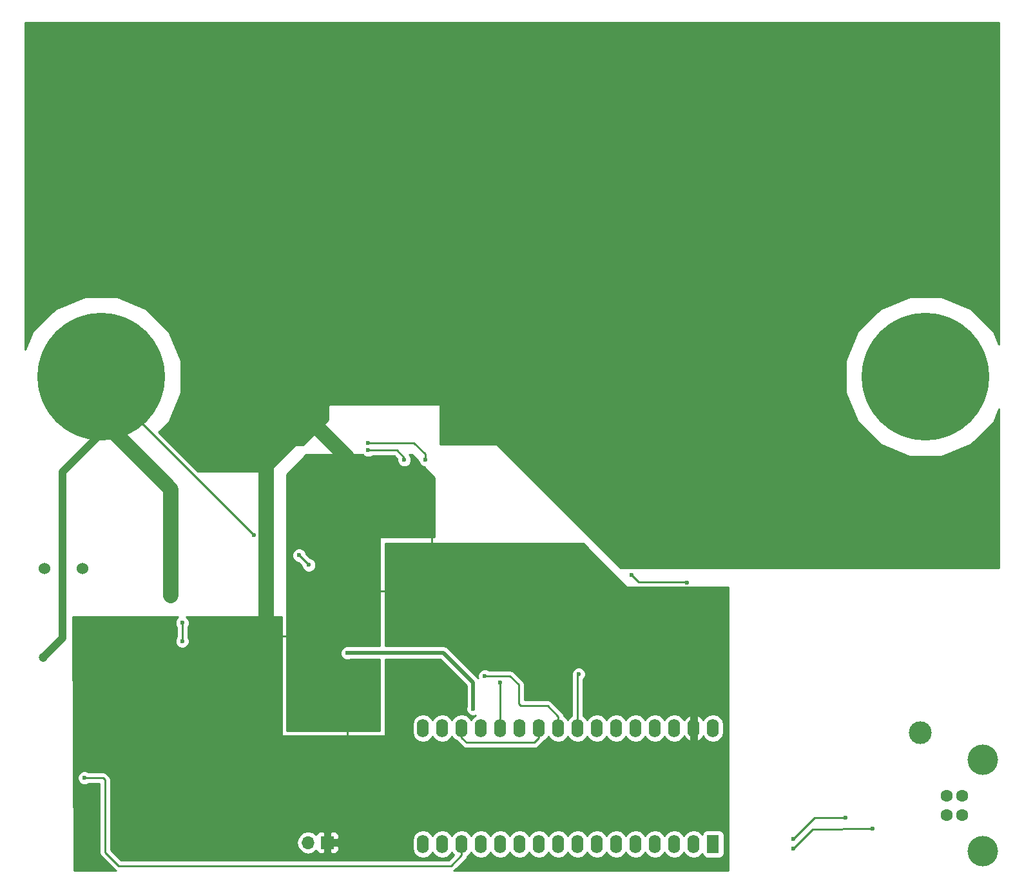
<source format=gbl>
G04 #@! TF.FileFunction,Copper,L2,Bot,Signal*
%FSLAX46Y46*%
G04 Gerber Fmt 4.6, Leading zero omitted, Abs format (unit mm)*
G04 Created by KiCad (PCBNEW 4.0.4-stable) date 05/13/17 14:37:42*
%MOMM*%
%LPD*%
G01*
G04 APERTURE LIST*
%ADD10C,0.100000*%
%ADD11C,3.000000*%
%ADD12C,0.200000*%
%ADD13R,1.600000X2.400000*%
%ADD14O,1.600000X2.400000*%
%ADD15C,1.600000*%
%ADD16C,4.000000*%
%ADD17C,1.524000*%
%ADD18C,16.800000*%
%ADD19R,1.700000X1.700000*%
%ADD20O,1.700000X1.700000*%
%ADD21C,1.200000*%
%ADD22C,0.600000*%
%ADD23C,1.000000*%
%ADD24C,2.000000*%
%ADD25C,0.250000*%
%ADD26C,0.500000*%
%ADD27C,0.254000*%
G04 APERTURE END LIST*
D10*
D11*
X104241000Y-25159000D03*
X196241000Y-25159000D03*
X196241000Y-114159000D03*
X104241000Y-114159000D03*
D12*
X124990000Y-95498000D03*
X132102000Y-88259000D03*
D13*
X169059000Y-128772000D03*
D14*
X130959000Y-113532000D03*
X166519000Y-128772000D03*
X133499000Y-113532000D03*
X163979000Y-128772000D03*
X136039000Y-113532000D03*
X161439000Y-128772000D03*
X138579000Y-113532000D03*
X158899000Y-128772000D03*
X141119000Y-113532000D03*
X156359000Y-128772000D03*
X143659000Y-113532000D03*
X153819000Y-128772000D03*
X146199000Y-113532000D03*
X151279000Y-128772000D03*
X148739000Y-113532000D03*
X148739000Y-128772000D03*
X151279000Y-113532000D03*
X146199000Y-128772000D03*
X153819000Y-113532000D03*
X143659000Y-128772000D03*
X156359000Y-113532000D03*
X141119000Y-128772000D03*
X158899000Y-113532000D03*
X138579000Y-128772000D03*
X161439000Y-113532000D03*
X136039000Y-128772000D03*
X163979000Y-113532000D03*
X133499000Y-128772000D03*
X166519000Y-113532000D03*
X130959000Y-128772000D03*
X169059000Y-113532000D03*
D12*
X121053000Y-113786000D03*
X110385000Y-101594000D03*
X112036000Y-101467000D03*
D15*
X199771000Y-122448000D03*
X199771000Y-124948000D03*
X201771000Y-124948000D03*
X201771000Y-122448000D03*
D16*
X204471000Y-117698000D03*
X204471000Y-129698000D03*
D17*
X81193000Y-92583000D03*
X86193000Y-92583000D03*
D18*
X88646000Y-67310000D03*
X110363000Y-67310000D03*
X196977000Y-67310000D03*
D19*
X118386000Y-128585000D03*
D20*
X115846000Y-128585000D03*
D21*
X81048000Y-104201000D03*
X97812000Y-96073000D03*
D22*
X115951000Y-92075000D03*
X114681000Y-90805000D03*
X108712000Y-88138000D03*
X160042000Y-89977000D03*
X159280000Y-89850000D03*
X159661000Y-90866000D03*
X119275000Y-123632000D03*
X119275000Y-122489000D03*
X86128000Y-118806000D03*
X86890000Y-118806000D03*
X165630000Y-94422000D03*
X162455000Y-101975000D03*
X148485000Y-104769000D03*
X147596000Y-104769000D03*
X93218000Y-101092000D03*
X123190000Y-80899000D03*
X125222000Y-79629000D03*
X154432000Y-84582000D03*
X155702000Y-84582000D03*
X155702000Y-85598000D03*
X154432000Y-85598000D03*
X118491000Y-107014000D03*
X121031000Y-107664000D03*
X98621000Y-120835000D03*
X99621000Y-120835000D03*
X157500000Y-95750000D03*
X157500000Y-96750000D03*
X158000000Y-96250000D03*
X116750000Y-78750000D03*
X114250000Y-112250000D03*
X111000000Y-120750000D03*
X108149000Y-124589000D03*
X105750000Y-110000000D03*
X91000000Y-106250000D03*
X105750000Y-106000000D03*
X162455000Y-101340000D03*
X158391000Y-93406000D03*
X167513000Y-87122000D03*
X168402000Y-87122000D03*
X168402000Y-88138000D03*
X167513000Y-88138000D03*
X99314000Y-99695000D03*
X99314000Y-102108000D03*
X121031000Y-103664000D03*
X137563000Y-110992000D03*
X179633000Y-128137000D03*
X186458000Y-125343000D03*
X179633000Y-129407000D03*
X190014000Y-126740000D03*
X141119000Y-107563000D03*
X139087000Y-106674000D03*
X151406000Y-106420000D03*
X86476000Y-120076000D03*
X128500000Y-78250000D03*
X123750000Y-77000000D03*
X131250000Y-78250000D03*
X123750000Y-76000000D03*
D23*
X88646000Y-67310000D02*
X88646000Y-74759000D01*
X88646000Y-74759000D02*
X83588000Y-79817000D01*
X83588000Y-101661000D02*
X81048000Y-104201000D01*
X83588000Y-79817000D02*
X83588000Y-101661000D01*
D24*
X88646000Y-67310000D02*
X88646000Y-72937000D01*
X88646000Y-72937000D02*
X97812000Y-82103000D01*
X97812000Y-82103000D02*
X97812000Y-96073000D01*
D25*
X115951000Y-92075000D02*
X114681000Y-90805000D01*
X108712000Y-88138000D02*
X88646000Y-68072000D01*
X88646000Y-68072000D02*
X88646000Y-67310000D01*
X88646000Y-70993000D02*
X88646000Y-67310000D01*
X88646000Y-71628000D02*
X88646000Y-67310000D01*
X86509000Y-118806000D02*
X86128000Y-118806000D01*
X165503000Y-94295000D02*
X165630000Y-94422000D01*
X159280000Y-94295000D02*
X165503000Y-94295000D01*
X158391000Y-93406000D02*
X159280000Y-94295000D01*
X124990000Y-95498000D02*
X126387000Y-95498000D01*
X132102000Y-88259000D02*
X132102000Y-89656000D01*
X121053000Y-113786000D02*
X121053000Y-114802000D01*
X112014000Y-101473000D02*
X113157000Y-101473000D01*
D24*
X110363000Y-67310000D02*
X110385000Y-101594000D01*
X120904000Y-93091000D02*
X120904000Y-77851000D01*
X120904000Y-77851000D02*
X110363000Y-67310000D01*
D23*
X118491000Y-107014000D02*
X118491000Y-107061000D01*
X121031000Y-107664000D02*
X121031000Y-107696000D01*
D25*
X99314000Y-99695000D02*
X99314000Y-102108000D01*
D26*
X127510000Y-103600000D02*
X133600000Y-103600000D01*
X127510000Y-103600000D02*
X121095000Y-103600000D01*
X121031000Y-103664000D02*
X121095000Y-103600000D01*
X137563000Y-107563000D02*
X137563000Y-110992000D01*
X133600000Y-103600000D02*
X137563000Y-107563000D01*
D25*
X182427000Y-125343000D02*
X179633000Y-128137000D01*
X182427000Y-125343000D02*
X186458000Y-125343000D01*
X182173000Y-126867000D02*
X179633000Y-129407000D01*
X182173000Y-126867000D02*
X190014000Y-126740000D01*
X136039000Y-113532000D02*
X136039000Y-114802000D01*
X146199000Y-114802000D02*
X146199000Y-113532000D01*
X145564000Y-115437000D02*
X146199000Y-114802000D01*
X136674000Y-115437000D02*
X145564000Y-115437000D01*
X136039000Y-114802000D02*
X136674000Y-115437000D01*
X141119000Y-107563000D02*
X141119000Y-113532000D01*
X148739000Y-112008000D02*
X148739000Y-113532000D01*
X147342000Y-110611000D02*
X148739000Y-112008000D01*
X143786000Y-110611000D02*
X147342000Y-110611000D01*
X143532000Y-110357000D02*
X143786000Y-110611000D01*
X143532000Y-107817000D02*
X143532000Y-110357000D01*
X142389000Y-106674000D02*
X143532000Y-107817000D01*
X139087000Y-106674000D02*
X142389000Y-106674000D01*
X151279000Y-106547000D02*
X151279000Y-113532000D01*
X151406000Y-106420000D02*
X151279000Y-106547000D01*
X136039000Y-128772000D02*
X136039000Y-130236000D01*
X134642000Y-131633000D02*
X136039000Y-130236000D01*
X90954000Y-131633000D02*
X134642000Y-131633000D01*
X89176000Y-129855000D02*
X90954000Y-131633000D01*
X89176000Y-120330000D02*
X89176000Y-129855000D01*
X88922000Y-120076000D02*
X89176000Y-120330000D01*
X88922000Y-120076000D02*
X86476000Y-120076000D01*
X128500000Y-78000000D02*
X128500000Y-78250000D01*
X127500000Y-77000000D02*
X128500000Y-78000000D01*
X123750000Y-77000000D02*
X127500000Y-77000000D01*
X131250000Y-77500000D02*
X131250000Y-78250000D01*
X129750000Y-76000000D02*
X131250000Y-77500000D01*
X123750000Y-76000000D02*
X129750000Y-76000000D01*
D27*
G36*
X206629000Y-63103163D02*
X205906560Y-61354724D01*
X202947852Y-58390848D01*
X199080136Y-56784831D01*
X194892237Y-56781177D01*
X191021724Y-58380440D01*
X188057848Y-61339148D01*
X186451831Y-65206864D01*
X186448177Y-69394763D01*
X188047440Y-73265276D01*
X191006148Y-76229152D01*
X194873864Y-77835169D01*
X199061763Y-77838823D01*
X202932276Y-76239560D01*
X205896152Y-73280852D01*
X206629000Y-71515959D01*
X206629000Y-92456000D01*
X156897606Y-92456000D01*
X140678803Y-76237197D01*
X140636789Y-76209334D01*
X140589000Y-76200000D01*
X133223000Y-76200000D01*
X133223000Y-71120000D01*
X133212994Y-71070590D01*
X133184553Y-71028965D01*
X133142159Y-71001685D01*
X133096000Y-70993000D01*
X118618000Y-70993000D01*
X118568590Y-71003006D01*
X118526965Y-71031447D01*
X118499685Y-71073841D01*
X118491000Y-71120000D01*
X118491000Y-72972394D01*
X115136394Y-76327000D01*
X114173000Y-76327000D01*
X114123590Y-76337006D01*
X114083197Y-76364197D01*
X110691394Y-79756000D01*
X101404802Y-79756000D01*
X96246253Y-74597451D01*
X97565152Y-73280852D01*
X99171169Y-69413136D01*
X99171956Y-68510550D01*
X102783022Y-68510550D01*
X103819444Y-71319895D01*
X104154228Y-71820936D01*
X104782009Y-72890991D01*
X105852064Y-73518772D01*
X108571432Y-74772417D01*
X111563550Y-74889978D01*
X114372895Y-73853556D01*
X114873936Y-73518772D01*
X115943991Y-72890991D01*
X116571772Y-71820936D01*
X117825417Y-69101568D01*
X117942978Y-66109450D01*
X116906556Y-63300105D01*
X116571772Y-62799064D01*
X115943991Y-61729009D01*
X114873936Y-61101228D01*
X112154568Y-59847583D01*
X109162450Y-59730022D01*
X106353105Y-60766444D01*
X105852064Y-61101228D01*
X104782009Y-61729009D01*
X104154228Y-62799064D01*
X102900583Y-65518432D01*
X102783022Y-68510550D01*
X99171956Y-68510550D01*
X99174823Y-65225237D01*
X97575560Y-61354724D01*
X94616852Y-58390848D01*
X90749136Y-56784831D01*
X86561237Y-56781177D01*
X82690724Y-58380440D01*
X79726848Y-61339148D01*
X78710000Y-63787988D01*
X78710000Y-20710000D01*
X206629000Y-20710000D01*
X206629000Y-63103163D01*
X206629000Y-63103163D01*
G37*
X206629000Y-63103163D02*
X205906560Y-61354724D01*
X202947852Y-58390848D01*
X199080136Y-56784831D01*
X194892237Y-56781177D01*
X191021724Y-58380440D01*
X188057848Y-61339148D01*
X186451831Y-65206864D01*
X186448177Y-69394763D01*
X188047440Y-73265276D01*
X191006148Y-76229152D01*
X194873864Y-77835169D01*
X199061763Y-77838823D01*
X202932276Y-76239560D01*
X205896152Y-73280852D01*
X206629000Y-71515959D01*
X206629000Y-92456000D01*
X156897606Y-92456000D01*
X140678803Y-76237197D01*
X140636789Y-76209334D01*
X140589000Y-76200000D01*
X133223000Y-76200000D01*
X133223000Y-71120000D01*
X133212994Y-71070590D01*
X133184553Y-71028965D01*
X133142159Y-71001685D01*
X133096000Y-70993000D01*
X118618000Y-70993000D01*
X118568590Y-71003006D01*
X118526965Y-71031447D01*
X118499685Y-71073841D01*
X118491000Y-71120000D01*
X118491000Y-72972394D01*
X115136394Y-76327000D01*
X114173000Y-76327000D01*
X114123590Y-76337006D01*
X114083197Y-76364197D01*
X110691394Y-79756000D01*
X101404802Y-79756000D01*
X96246253Y-74597451D01*
X97565152Y-73280852D01*
X99171169Y-69413136D01*
X99171956Y-68510550D01*
X102783022Y-68510550D01*
X103819444Y-71319895D01*
X104154228Y-71820936D01*
X104782009Y-72890991D01*
X105852064Y-73518772D01*
X108571432Y-74772417D01*
X111563550Y-74889978D01*
X114372895Y-73853556D01*
X114873936Y-73518772D01*
X115943991Y-72890991D01*
X116571772Y-71820936D01*
X117825417Y-69101568D01*
X117942978Y-66109450D01*
X116906556Y-63300105D01*
X116571772Y-62799064D01*
X115943991Y-61729009D01*
X114873936Y-61101228D01*
X112154568Y-59847583D01*
X109162450Y-59730022D01*
X106353105Y-60766444D01*
X105852064Y-61101228D01*
X104782009Y-61729009D01*
X104154228Y-62799064D01*
X102900583Y-65518432D01*
X102783022Y-68510550D01*
X99171956Y-68510550D01*
X99174823Y-65225237D01*
X97575560Y-61354724D01*
X94616852Y-58390848D01*
X90749136Y-56784831D01*
X86561237Y-56781177D01*
X82690724Y-58380440D01*
X79726848Y-61339148D01*
X78710000Y-63787988D01*
X78710000Y-20710000D01*
X206629000Y-20710000D01*
X206629000Y-63103163D01*
G36*
X123219673Y-77792192D02*
X123563201Y-77934838D01*
X123935167Y-77935162D01*
X124278943Y-77793117D01*
X124312118Y-77760000D01*
X127185198Y-77760000D01*
X127565095Y-78139897D01*
X127564838Y-78435167D01*
X127706883Y-78778943D01*
X127969673Y-79042192D01*
X128313201Y-79184838D01*
X128685167Y-79185162D01*
X129028943Y-79043117D01*
X129292192Y-78780327D01*
X129434838Y-78436799D01*
X129435162Y-78064833D01*
X129293117Y-77721057D01*
X129169276Y-77597000D01*
X129487394Y-77597000D01*
X130314847Y-78424453D01*
X130314838Y-78435167D01*
X130456883Y-78778943D01*
X130719673Y-79042192D01*
X131063201Y-79184838D01*
X131075242Y-79184848D01*
X132461000Y-80570606D01*
X132461000Y-88392000D01*
X125349000Y-88392000D01*
X125299590Y-88402006D01*
X125257965Y-88430447D01*
X125230685Y-88472841D01*
X125222000Y-88519000D01*
X125222000Y-102715000D01*
X121095005Y-102715000D01*
X121095000Y-102714999D01*
X121024645Y-102728994D01*
X120845833Y-102728838D01*
X120502057Y-102870883D01*
X120238808Y-103133673D01*
X120096162Y-103477201D01*
X120095838Y-103849167D01*
X120237883Y-104192943D01*
X120500673Y-104456192D01*
X120844201Y-104598838D01*
X121216167Y-104599162D01*
X121492461Y-104485000D01*
X125222000Y-104485000D01*
X125222000Y-113919000D01*
X113030000Y-113919000D01*
X113030000Y-90990167D01*
X113745838Y-90990167D01*
X113887883Y-91333943D01*
X114150673Y-91597192D01*
X114494201Y-91739838D01*
X114541077Y-91739879D01*
X115015878Y-92214680D01*
X115015838Y-92260167D01*
X115157883Y-92603943D01*
X115420673Y-92867192D01*
X115764201Y-93009838D01*
X116136167Y-93010162D01*
X116479943Y-92868117D01*
X116743192Y-92605327D01*
X116885838Y-92261799D01*
X116886162Y-91889833D01*
X116744117Y-91546057D01*
X116481327Y-91282808D01*
X116137799Y-91140162D01*
X116090923Y-91140121D01*
X115616122Y-90665320D01*
X115616162Y-90619833D01*
X115474117Y-90276057D01*
X115211327Y-90012808D01*
X114867799Y-89870162D01*
X114495833Y-89869838D01*
X114152057Y-90011883D01*
X113888808Y-90274673D01*
X113746162Y-90618201D01*
X113745838Y-90990167D01*
X113030000Y-90990167D01*
X113030000Y-80189606D01*
X115622606Y-77597000D01*
X123024821Y-77597000D01*
X123219673Y-77792192D01*
X123219673Y-77792192D01*
G37*
X123219673Y-77792192D02*
X123563201Y-77934838D01*
X123935167Y-77935162D01*
X124278943Y-77793117D01*
X124312118Y-77760000D01*
X127185198Y-77760000D01*
X127565095Y-78139897D01*
X127564838Y-78435167D01*
X127706883Y-78778943D01*
X127969673Y-79042192D01*
X128313201Y-79184838D01*
X128685167Y-79185162D01*
X129028943Y-79043117D01*
X129292192Y-78780327D01*
X129434838Y-78436799D01*
X129435162Y-78064833D01*
X129293117Y-77721057D01*
X129169276Y-77597000D01*
X129487394Y-77597000D01*
X130314847Y-78424453D01*
X130314838Y-78435167D01*
X130456883Y-78778943D01*
X130719673Y-79042192D01*
X131063201Y-79184838D01*
X131075242Y-79184848D01*
X132461000Y-80570606D01*
X132461000Y-88392000D01*
X125349000Y-88392000D01*
X125299590Y-88402006D01*
X125257965Y-88430447D01*
X125230685Y-88472841D01*
X125222000Y-88519000D01*
X125222000Y-102715000D01*
X121095005Y-102715000D01*
X121095000Y-102714999D01*
X121024645Y-102728994D01*
X120845833Y-102728838D01*
X120502057Y-102870883D01*
X120238808Y-103133673D01*
X120096162Y-103477201D01*
X120095838Y-103849167D01*
X120237883Y-104192943D01*
X120500673Y-104456192D01*
X120844201Y-104598838D01*
X121216167Y-104599162D01*
X121492461Y-104485000D01*
X125222000Y-104485000D01*
X125222000Y-113919000D01*
X113030000Y-113919000D01*
X113030000Y-90990167D01*
X113745838Y-90990167D01*
X113887883Y-91333943D01*
X114150673Y-91597192D01*
X114494201Y-91739838D01*
X114541077Y-91739879D01*
X115015878Y-92214680D01*
X115015838Y-92260167D01*
X115157883Y-92603943D01*
X115420673Y-92867192D01*
X115764201Y-93009838D01*
X116136167Y-93010162D01*
X116479943Y-92868117D01*
X116743192Y-92605327D01*
X116885838Y-92261799D01*
X116886162Y-91889833D01*
X116744117Y-91546057D01*
X116481327Y-91282808D01*
X116137799Y-91140162D01*
X116090923Y-91140121D01*
X115616122Y-90665320D01*
X115616162Y-90619833D01*
X115474117Y-90276057D01*
X115211327Y-90012808D01*
X114867799Y-89870162D01*
X114495833Y-89869838D01*
X114152057Y-90011883D01*
X113888808Y-90274673D01*
X113746162Y-90618201D01*
X113745838Y-90990167D01*
X113030000Y-90990167D01*
X113030000Y-80189606D01*
X115622606Y-77597000D01*
X123024821Y-77597000D01*
X123219673Y-77792192D01*
G36*
X157644197Y-94958803D02*
X157686211Y-94986666D01*
X157734000Y-94996000D01*
X171069000Y-94996000D01*
X171069000Y-132290000D01*
X135000408Y-132290000D01*
X135179401Y-132170401D01*
X136576401Y-130773401D01*
X136741148Y-130526840D01*
X136763022Y-130416872D01*
X137053698Y-130222648D01*
X137309000Y-129840562D01*
X137564302Y-130222648D01*
X138029849Y-130533717D01*
X138579000Y-130642950D01*
X139128151Y-130533717D01*
X139593698Y-130222648D01*
X139849000Y-129840562D01*
X140104302Y-130222648D01*
X140569849Y-130533717D01*
X141119000Y-130642950D01*
X141668151Y-130533717D01*
X142133698Y-130222648D01*
X142389000Y-129840562D01*
X142644302Y-130222648D01*
X143109849Y-130533717D01*
X143659000Y-130642950D01*
X144208151Y-130533717D01*
X144673698Y-130222648D01*
X144929000Y-129840562D01*
X145184302Y-130222648D01*
X145649849Y-130533717D01*
X146199000Y-130642950D01*
X146748151Y-130533717D01*
X147213698Y-130222648D01*
X147469000Y-129840562D01*
X147724302Y-130222648D01*
X148189849Y-130533717D01*
X148739000Y-130642950D01*
X149288151Y-130533717D01*
X149753698Y-130222648D01*
X150009000Y-129840562D01*
X150264302Y-130222648D01*
X150729849Y-130533717D01*
X151279000Y-130642950D01*
X151828151Y-130533717D01*
X152293698Y-130222648D01*
X152549000Y-129840562D01*
X152804302Y-130222648D01*
X153269849Y-130533717D01*
X153819000Y-130642950D01*
X154368151Y-130533717D01*
X154833698Y-130222648D01*
X155089000Y-129840562D01*
X155344302Y-130222648D01*
X155809849Y-130533717D01*
X156359000Y-130642950D01*
X156908151Y-130533717D01*
X157373698Y-130222648D01*
X157629000Y-129840562D01*
X157884302Y-130222648D01*
X158349849Y-130533717D01*
X158899000Y-130642950D01*
X159448151Y-130533717D01*
X159913698Y-130222648D01*
X160169000Y-129840562D01*
X160424302Y-130222648D01*
X160889849Y-130533717D01*
X161439000Y-130642950D01*
X161988151Y-130533717D01*
X162453698Y-130222648D01*
X162709000Y-129840562D01*
X162964302Y-130222648D01*
X163429849Y-130533717D01*
X163979000Y-130642950D01*
X164528151Y-130533717D01*
X164993698Y-130222648D01*
X165249000Y-129840562D01*
X165504302Y-130222648D01*
X165969849Y-130533717D01*
X166519000Y-130642950D01*
X167068151Y-130533717D01*
X167533698Y-130222648D01*
X167631251Y-130076650D01*
X167655838Y-130207317D01*
X167794910Y-130423441D01*
X168007110Y-130568431D01*
X168259000Y-130619440D01*
X169859000Y-130619440D01*
X170094317Y-130575162D01*
X170310441Y-130436090D01*
X170455431Y-130223890D01*
X170506440Y-129972000D01*
X170506440Y-127572000D01*
X170462162Y-127336683D01*
X170323090Y-127120559D01*
X170110890Y-126975569D01*
X169859000Y-126924560D01*
X168259000Y-126924560D01*
X168023683Y-126968838D01*
X167807559Y-127107910D01*
X167662569Y-127320110D01*
X167632403Y-127469074D01*
X167533698Y-127321352D01*
X167068151Y-127010283D01*
X166519000Y-126901050D01*
X165969849Y-127010283D01*
X165504302Y-127321352D01*
X165249000Y-127703438D01*
X164993698Y-127321352D01*
X164528151Y-127010283D01*
X163979000Y-126901050D01*
X163429849Y-127010283D01*
X162964302Y-127321352D01*
X162709000Y-127703438D01*
X162453698Y-127321352D01*
X161988151Y-127010283D01*
X161439000Y-126901050D01*
X160889849Y-127010283D01*
X160424302Y-127321352D01*
X160169000Y-127703438D01*
X159913698Y-127321352D01*
X159448151Y-127010283D01*
X158899000Y-126901050D01*
X158349849Y-127010283D01*
X157884302Y-127321352D01*
X157629000Y-127703438D01*
X157373698Y-127321352D01*
X156908151Y-127010283D01*
X156359000Y-126901050D01*
X155809849Y-127010283D01*
X155344302Y-127321352D01*
X155089000Y-127703438D01*
X154833698Y-127321352D01*
X154368151Y-127010283D01*
X153819000Y-126901050D01*
X153269849Y-127010283D01*
X152804302Y-127321352D01*
X152549000Y-127703438D01*
X152293698Y-127321352D01*
X151828151Y-127010283D01*
X151279000Y-126901050D01*
X150729849Y-127010283D01*
X150264302Y-127321352D01*
X150009000Y-127703438D01*
X149753698Y-127321352D01*
X149288151Y-127010283D01*
X148739000Y-126901050D01*
X148189849Y-127010283D01*
X147724302Y-127321352D01*
X147469000Y-127703438D01*
X147213698Y-127321352D01*
X146748151Y-127010283D01*
X146199000Y-126901050D01*
X145649849Y-127010283D01*
X145184302Y-127321352D01*
X144929000Y-127703438D01*
X144673698Y-127321352D01*
X144208151Y-127010283D01*
X143659000Y-126901050D01*
X143109849Y-127010283D01*
X142644302Y-127321352D01*
X142389000Y-127703438D01*
X142133698Y-127321352D01*
X141668151Y-127010283D01*
X141119000Y-126901050D01*
X140569849Y-127010283D01*
X140104302Y-127321352D01*
X139849000Y-127703438D01*
X139593698Y-127321352D01*
X139128151Y-127010283D01*
X138579000Y-126901050D01*
X138029849Y-127010283D01*
X137564302Y-127321352D01*
X137309000Y-127703438D01*
X137053698Y-127321352D01*
X136588151Y-127010283D01*
X136039000Y-126901050D01*
X135489849Y-127010283D01*
X135024302Y-127321352D01*
X134769000Y-127703438D01*
X134513698Y-127321352D01*
X134048151Y-127010283D01*
X133499000Y-126901050D01*
X132949849Y-127010283D01*
X132484302Y-127321352D01*
X132229000Y-127703438D01*
X131973698Y-127321352D01*
X131508151Y-127010283D01*
X130959000Y-126901050D01*
X130409849Y-127010283D01*
X129944302Y-127321352D01*
X129633233Y-127786899D01*
X129524000Y-128336050D01*
X129524000Y-129207950D01*
X129633233Y-129757101D01*
X129944302Y-130222648D01*
X130409849Y-130533717D01*
X130959000Y-130642950D01*
X131508151Y-130533717D01*
X131973698Y-130222648D01*
X132229000Y-129840562D01*
X132484302Y-130222648D01*
X132949849Y-130533717D01*
X133499000Y-130642950D01*
X134048151Y-130533717D01*
X134513698Y-130222648D01*
X134769000Y-129840562D01*
X135005576Y-130194622D01*
X134327198Y-130873000D01*
X91268802Y-130873000D01*
X89936000Y-129540198D01*
X89936000Y-128555907D01*
X114361000Y-128555907D01*
X114361000Y-128614093D01*
X114474039Y-129182378D01*
X114795946Y-129664147D01*
X115277715Y-129986054D01*
X115846000Y-130099093D01*
X116414285Y-129986054D01*
X116896054Y-129664147D01*
X116925403Y-129620223D01*
X116997673Y-129794698D01*
X117176301Y-129973327D01*
X117409690Y-130070000D01*
X117854250Y-130070000D01*
X118013000Y-129911250D01*
X118013000Y-128958000D01*
X118759000Y-128958000D01*
X118759000Y-129911250D01*
X118917750Y-130070000D01*
X119362310Y-130070000D01*
X119595699Y-129973327D01*
X119774327Y-129794698D01*
X119871000Y-129561309D01*
X119871000Y-129116750D01*
X119712250Y-128958000D01*
X118759000Y-128958000D01*
X118013000Y-128958000D01*
X117993000Y-128958000D01*
X117993000Y-128212000D01*
X118013000Y-128212000D01*
X118013000Y-127258750D01*
X118759000Y-127258750D01*
X118759000Y-128212000D01*
X119712250Y-128212000D01*
X119871000Y-128053250D01*
X119871000Y-127608691D01*
X119774327Y-127375302D01*
X119595699Y-127196673D01*
X119362310Y-127100000D01*
X118917750Y-127100000D01*
X118759000Y-127258750D01*
X118013000Y-127258750D01*
X117854250Y-127100000D01*
X117409690Y-127100000D01*
X117176301Y-127196673D01*
X116997673Y-127375302D01*
X116925403Y-127549777D01*
X116896054Y-127505853D01*
X116414285Y-127183946D01*
X115846000Y-127070907D01*
X115277715Y-127183946D01*
X114795946Y-127505853D01*
X114474039Y-127987622D01*
X114361000Y-128555907D01*
X89936000Y-128555907D01*
X89936000Y-120330000D01*
X89878148Y-120039161D01*
X89878148Y-120039160D01*
X89713401Y-119792599D01*
X89459401Y-119538599D01*
X89212839Y-119373852D01*
X88922000Y-119316000D01*
X87038463Y-119316000D01*
X87006327Y-119283808D01*
X86662799Y-119141162D01*
X86290833Y-119140838D01*
X85947057Y-119282883D01*
X85683808Y-119545673D01*
X85541162Y-119889201D01*
X85540838Y-120261167D01*
X85682883Y-120604943D01*
X85945673Y-120868192D01*
X86289201Y-121010838D01*
X86661167Y-121011162D01*
X87004943Y-120869117D01*
X87038118Y-120836000D01*
X88416000Y-120836000D01*
X88416000Y-129855000D01*
X88473852Y-130145839D01*
X88638599Y-130392401D01*
X90416599Y-132170401D01*
X90595592Y-132290000D01*
X85089356Y-132290000D01*
X84963480Y-98933000D01*
X98753886Y-98933000D01*
X98521808Y-99164673D01*
X98379162Y-99508201D01*
X98378838Y-99880167D01*
X98520883Y-100223943D01*
X98554000Y-100257118D01*
X98554000Y-101545537D01*
X98521808Y-101577673D01*
X98379162Y-101921201D01*
X98378838Y-102293167D01*
X98520883Y-102636943D01*
X98783673Y-102900192D01*
X99127201Y-103042838D01*
X99499167Y-103043162D01*
X99842943Y-102901117D01*
X100106192Y-102638327D01*
X100248838Y-102294799D01*
X100249162Y-101922833D01*
X100107117Y-101579057D01*
X100074000Y-101545882D01*
X100074000Y-100257463D01*
X100106192Y-100225327D01*
X100248838Y-99881799D01*
X100249162Y-99509833D01*
X100107117Y-99166057D01*
X99874466Y-98933000D01*
X112395000Y-98933000D01*
X112395000Y-114427000D01*
X112405006Y-114476410D01*
X112433447Y-114518035D01*
X112475841Y-114545315D01*
X112522000Y-114554000D01*
X125857000Y-114554000D01*
X125906410Y-114543994D01*
X125948035Y-114515553D01*
X125975315Y-114473159D01*
X125984000Y-114427000D01*
X125984000Y-104485000D01*
X133233420Y-104485000D01*
X136678000Y-107929579D01*
X136678000Y-110685178D01*
X136628162Y-110805201D01*
X136627838Y-111177167D01*
X136769883Y-111520943D01*
X137032673Y-111784192D01*
X137376201Y-111926838D01*
X137748167Y-111927162D01*
X137871055Y-111876386D01*
X137564302Y-112081352D01*
X137309000Y-112463438D01*
X137053698Y-112081352D01*
X136588151Y-111770283D01*
X136039000Y-111661050D01*
X135489849Y-111770283D01*
X135024302Y-112081352D01*
X134769000Y-112463438D01*
X134513698Y-112081352D01*
X134048151Y-111770283D01*
X133499000Y-111661050D01*
X132949849Y-111770283D01*
X132484302Y-112081352D01*
X132229000Y-112463438D01*
X131973698Y-112081352D01*
X131508151Y-111770283D01*
X130959000Y-111661050D01*
X130409849Y-111770283D01*
X129944302Y-112081352D01*
X129633233Y-112546899D01*
X129524000Y-113096050D01*
X129524000Y-113967950D01*
X129633233Y-114517101D01*
X129944302Y-114982648D01*
X130409849Y-115293717D01*
X130959000Y-115402950D01*
X131508151Y-115293717D01*
X131973698Y-114982648D01*
X132229000Y-114600562D01*
X132484302Y-114982648D01*
X132949849Y-115293717D01*
X133499000Y-115402950D01*
X134048151Y-115293717D01*
X134513698Y-114982648D01*
X134769000Y-114600562D01*
X135024302Y-114982648D01*
X135455931Y-115271054D01*
X135501599Y-115339401D01*
X136136599Y-115974401D01*
X136383161Y-116139148D01*
X136674000Y-116197000D01*
X145564000Y-116197000D01*
X145854839Y-116139148D01*
X146101401Y-115974401D01*
X146736401Y-115339401D01*
X146782069Y-115271054D01*
X147213698Y-114982648D01*
X147469000Y-114600562D01*
X147724302Y-114982648D01*
X148189849Y-115293717D01*
X148739000Y-115402950D01*
X149288151Y-115293717D01*
X149753698Y-114982648D01*
X150009000Y-114600562D01*
X150264302Y-114982648D01*
X150729849Y-115293717D01*
X151279000Y-115402950D01*
X151828151Y-115293717D01*
X152293698Y-114982648D01*
X152549000Y-114600562D01*
X152804302Y-114982648D01*
X153269849Y-115293717D01*
X153819000Y-115402950D01*
X154368151Y-115293717D01*
X154833698Y-114982648D01*
X155089000Y-114600562D01*
X155344302Y-114982648D01*
X155809849Y-115293717D01*
X156359000Y-115402950D01*
X156908151Y-115293717D01*
X157373698Y-114982648D01*
X157629000Y-114600562D01*
X157884302Y-114982648D01*
X158349849Y-115293717D01*
X158899000Y-115402950D01*
X159448151Y-115293717D01*
X159913698Y-114982648D01*
X160169000Y-114600562D01*
X160424302Y-114982648D01*
X160889849Y-115293717D01*
X161439000Y-115402950D01*
X161988151Y-115293717D01*
X162453698Y-114982648D01*
X162709000Y-114600562D01*
X162964302Y-114982648D01*
X163429849Y-115293717D01*
X163979000Y-115402950D01*
X164528151Y-115293717D01*
X164993698Y-114982648D01*
X165254585Y-114592203D01*
X165278368Y-114660594D01*
X165651626Y-115079902D01*
X165933825Y-115242265D01*
X166146000Y-115152527D01*
X166146000Y-113905000D01*
X166126000Y-113905000D01*
X166126000Y-113159000D01*
X166146000Y-113159000D01*
X166146000Y-111911473D01*
X166892000Y-111911473D01*
X166892000Y-113159000D01*
X166912000Y-113159000D01*
X166912000Y-113905000D01*
X166892000Y-113905000D01*
X166892000Y-115152527D01*
X167104175Y-115242265D01*
X167386374Y-115079902D01*
X167759632Y-114660594D01*
X167783415Y-114592203D01*
X168044302Y-114982648D01*
X168509849Y-115293717D01*
X169059000Y-115402950D01*
X169608151Y-115293717D01*
X170073698Y-114982648D01*
X170384767Y-114517101D01*
X170494000Y-113967950D01*
X170494000Y-113096050D01*
X170384767Y-112546899D01*
X170073698Y-112081352D01*
X169608151Y-111770283D01*
X169059000Y-111661050D01*
X168509849Y-111770283D01*
X168044302Y-112081352D01*
X167783415Y-112471797D01*
X167759632Y-112403406D01*
X167386374Y-111984098D01*
X167104175Y-111821735D01*
X166892000Y-111911473D01*
X166146000Y-111911473D01*
X165933825Y-111821735D01*
X165651626Y-111984098D01*
X165278368Y-112403406D01*
X165254585Y-112471797D01*
X164993698Y-112081352D01*
X164528151Y-111770283D01*
X163979000Y-111661050D01*
X163429849Y-111770283D01*
X162964302Y-112081352D01*
X162709000Y-112463438D01*
X162453698Y-112081352D01*
X161988151Y-111770283D01*
X161439000Y-111661050D01*
X160889849Y-111770283D01*
X160424302Y-112081352D01*
X160169000Y-112463438D01*
X159913698Y-112081352D01*
X159448151Y-111770283D01*
X158899000Y-111661050D01*
X158349849Y-111770283D01*
X157884302Y-112081352D01*
X157629000Y-112463438D01*
X157373698Y-112081352D01*
X156908151Y-111770283D01*
X156359000Y-111661050D01*
X155809849Y-111770283D01*
X155344302Y-112081352D01*
X155089000Y-112463438D01*
X154833698Y-112081352D01*
X154368151Y-111770283D01*
X153819000Y-111661050D01*
X153269849Y-111770283D01*
X152804302Y-112081352D01*
X152549000Y-112463438D01*
X152293698Y-112081352D01*
X152039000Y-111911168D01*
X152039000Y-107109241D01*
X152198192Y-106950327D01*
X152340838Y-106606799D01*
X152341162Y-106234833D01*
X152199117Y-105891057D01*
X151936327Y-105627808D01*
X151592799Y-105485162D01*
X151220833Y-105484838D01*
X150877057Y-105626883D01*
X150613808Y-105889673D01*
X150471162Y-106233201D01*
X150470838Y-106605167D01*
X150519000Y-106721728D01*
X150519000Y-111911168D01*
X150264302Y-112081352D01*
X150009000Y-112463438D01*
X149753698Y-112081352D01*
X149476786Y-111896325D01*
X149459542Y-111809633D01*
X149441148Y-111717160D01*
X149276401Y-111470599D01*
X147879401Y-110073599D01*
X147632839Y-109908852D01*
X147342000Y-109851000D01*
X144292000Y-109851000D01*
X144292000Y-107817000D01*
X144234148Y-107526161D01*
X144069401Y-107279599D01*
X142926401Y-106136599D01*
X142679839Y-105971852D01*
X142389000Y-105914000D01*
X139649463Y-105914000D01*
X139617327Y-105881808D01*
X139273799Y-105739162D01*
X138901833Y-105738838D01*
X138558057Y-105880883D01*
X138294808Y-106143673D01*
X138152162Y-106487201D01*
X138151838Y-106859167D01*
X138180772Y-106929193D01*
X134225790Y-102974210D01*
X134116398Y-102901117D01*
X133938675Y-102782367D01*
X133882484Y-102771190D01*
X133600000Y-102714999D01*
X133599995Y-102715000D01*
X125984000Y-102715000D01*
X125984000Y-89281000D01*
X151966394Y-89281000D01*
X157644197Y-94958803D01*
X157644197Y-94958803D01*
G37*
X157644197Y-94958803D02*
X157686211Y-94986666D01*
X157734000Y-94996000D01*
X171069000Y-94996000D01*
X171069000Y-132290000D01*
X135000408Y-132290000D01*
X135179401Y-132170401D01*
X136576401Y-130773401D01*
X136741148Y-130526840D01*
X136763022Y-130416872D01*
X137053698Y-130222648D01*
X137309000Y-129840562D01*
X137564302Y-130222648D01*
X138029849Y-130533717D01*
X138579000Y-130642950D01*
X139128151Y-130533717D01*
X139593698Y-130222648D01*
X139849000Y-129840562D01*
X140104302Y-130222648D01*
X140569849Y-130533717D01*
X141119000Y-130642950D01*
X141668151Y-130533717D01*
X142133698Y-130222648D01*
X142389000Y-129840562D01*
X142644302Y-130222648D01*
X143109849Y-130533717D01*
X143659000Y-130642950D01*
X144208151Y-130533717D01*
X144673698Y-130222648D01*
X144929000Y-129840562D01*
X145184302Y-130222648D01*
X145649849Y-130533717D01*
X146199000Y-130642950D01*
X146748151Y-130533717D01*
X147213698Y-130222648D01*
X147469000Y-129840562D01*
X147724302Y-130222648D01*
X148189849Y-130533717D01*
X148739000Y-130642950D01*
X149288151Y-130533717D01*
X149753698Y-130222648D01*
X150009000Y-129840562D01*
X150264302Y-130222648D01*
X150729849Y-130533717D01*
X151279000Y-130642950D01*
X151828151Y-130533717D01*
X152293698Y-130222648D01*
X152549000Y-129840562D01*
X152804302Y-130222648D01*
X153269849Y-130533717D01*
X153819000Y-130642950D01*
X154368151Y-130533717D01*
X154833698Y-130222648D01*
X155089000Y-129840562D01*
X155344302Y-130222648D01*
X155809849Y-130533717D01*
X156359000Y-130642950D01*
X156908151Y-130533717D01*
X157373698Y-130222648D01*
X157629000Y-129840562D01*
X157884302Y-130222648D01*
X158349849Y-130533717D01*
X158899000Y-130642950D01*
X159448151Y-130533717D01*
X159913698Y-130222648D01*
X160169000Y-129840562D01*
X160424302Y-130222648D01*
X160889849Y-130533717D01*
X161439000Y-130642950D01*
X161988151Y-130533717D01*
X162453698Y-130222648D01*
X162709000Y-129840562D01*
X162964302Y-130222648D01*
X163429849Y-130533717D01*
X163979000Y-130642950D01*
X164528151Y-130533717D01*
X164993698Y-130222648D01*
X165249000Y-129840562D01*
X165504302Y-130222648D01*
X165969849Y-130533717D01*
X166519000Y-130642950D01*
X167068151Y-130533717D01*
X167533698Y-130222648D01*
X167631251Y-130076650D01*
X167655838Y-130207317D01*
X167794910Y-130423441D01*
X168007110Y-130568431D01*
X168259000Y-130619440D01*
X169859000Y-130619440D01*
X170094317Y-130575162D01*
X170310441Y-130436090D01*
X170455431Y-130223890D01*
X170506440Y-129972000D01*
X170506440Y-127572000D01*
X170462162Y-127336683D01*
X170323090Y-127120559D01*
X170110890Y-126975569D01*
X169859000Y-126924560D01*
X168259000Y-126924560D01*
X168023683Y-126968838D01*
X167807559Y-127107910D01*
X167662569Y-127320110D01*
X167632403Y-127469074D01*
X167533698Y-127321352D01*
X167068151Y-127010283D01*
X166519000Y-126901050D01*
X165969849Y-127010283D01*
X165504302Y-127321352D01*
X165249000Y-127703438D01*
X164993698Y-127321352D01*
X164528151Y-127010283D01*
X163979000Y-126901050D01*
X163429849Y-127010283D01*
X162964302Y-127321352D01*
X162709000Y-127703438D01*
X162453698Y-127321352D01*
X161988151Y-127010283D01*
X161439000Y-126901050D01*
X160889849Y-127010283D01*
X160424302Y-127321352D01*
X160169000Y-127703438D01*
X159913698Y-127321352D01*
X159448151Y-127010283D01*
X158899000Y-126901050D01*
X158349849Y-127010283D01*
X157884302Y-127321352D01*
X157629000Y-127703438D01*
X157373698Y-127321352D01*
X156908151Y-127010283D01*
X156359000Y-126901050D01*
X155809849Y-127010283D01*
X155344302Y-127321352D01*
X155089000Y-127703438D01*
X154833698Y-127321352D01*
X154368151Y-127010283D01*
X153819000Y-126901050D01*
X153269849Y-127010283D01*
X152804302Y-127321352D01*
X152549000Y-127703438D01*
X152293698Y-127321352D01*
X151828151Y-127010283D01*
X151279000Y-126901050D01*
X150729849Y-127010283D01*
X150264302Y-127321352D01*
X150009000Y-127703438D01*
X149753698Y-127321352D01*
X149288151Y-127010283D01*
X148739000Y-126901050D01*
X148189849Y-127010283D01*
X147724302Y-127321352D01*
X147469000Y-127703438D01*
X147213698Y-127321352D01*
X146748151Y-127010283D01*
X146199000Y-126901050D01*
X145649849Y-127010283D01*
X145184302Y-127321352D01*
X144929000Y-127703438D01*
X144673698Y-127321352D01*
X144208151Y-127010283D01*
X143659000Y-126901050D01*
X143109849Y-127010283D01*
X142644302Y-127321352D01*
X142389000Y-127703438D01*
X142133698Y-127321352D01*
X141668151Y-127010283D01*
X141119000Y-126901050D01*
X140569849Y-127010283D01*
X140104302Y-127321352D01*
X139849000Y-127703438D01*
X139593698Y-127321352D01*
X139128151Y-127010283D01*
X138579000Y-126901050D01*
X138029849Y-127010283D01*
X137564302Y-127321352D01*
X137309000Y-127703438D01*
X137053698Y-127321352D01*
X136588151Y-127010283D01*
X136039000Y-126901050D01*
X135489849Y-127010283D01*
X135024302Y-127321352D01*
X134769000Y-127703438D01*
X134513698Y-127321352D01*
X134048151Y-127010283D01*
X133499000Y-126901050D01*
X132949849Y-127010283D01*
X132484302Y-127321352D01*
X132229000Y-127703438D01*
X131973698Y-127321352D01*
X131508151Y-127010283D01*
X130959000Y-126901050D01*
X130409849Y-127010283D01*
X129944302Y-127321352D01*
X129633233Y-127786899D01*
X129524000Y-128336050D01*
X129524000Y-129207950D01*
X129633233Y-129757101D01*
X129944302Y-130222648D01*
X130409849Y-130533717D01*
X130959000Y-130642950D01*
X131508151Y-130533717D01*
X131973698Y-130222648D01*
X132229000Y-129840562D01*
X132484302Y-130222648D01*
X132949849Y-130533717D01*
X133499000Y-130642950D01*
X134048151Y-130533717D01*
X134513698Y-130222648D01*
X134769000Y-129840562D01*
X135005576Y-130194622D01*
X134327198Y-130873000D01*
X91268802Y-130873000D01*
X89936000Y-129540198D01*
X89936000Y-128555907D01*
X114361000Y-128555907D01*
X114361000Y-128614093D01*
X114474039Y-129182378D01*
X114795946Y-129664147D01*
X115277715Y-129986054D01*
X115846000Y-130099093D01*
X116414285Y-129986054D01*
X116896054Y-129664147D01*
X116925403Y-129620223D01*
X116997673Y-129794698D01*
X117176301Y-129973327D01*
X117409690Y-130070000D01*
X117854250Y-130070000D01*
X118013000Y-129911250D01*
X118013000Y-128958000D01*
X118759000Y-128958000D01*
X118759000Y-129911250D01*
X118917750Y-130070000D01*
X119362310Y-130070000D01*
X119595699Y-129973327D01*
X119774327Y-129794698D01*
X119871000Y-129561309D01*
X119871000Y-129116750D01*
X119712250Y-128958000D01*
X118759000Y-128958000D01*
X118013000Y-128958000D01*
X117993000Y-128958000D01*
X117993000Y-128212000D01*
X118013000Y-128212000D01*
X118013000Y-127258750D01*
X118759000Y-127258750D01*
X118759000Y-128212000D01*
X119712250Y-128212000D01*
X119871000Y-128053250D01*
X119871000Y-127608691D01*
X119774327Y-127375302D01*
X119595699Y-127196673D01*
X119362310Y-127100000D01*
X118917750Y-127100000D01*
X118759000Y-127258750D01*
X118013000Y-127258750D01*
X117854250Y-127100000D01*
X117409690Y-127100000D01*
X117176301Y-127196673D01*
X116997673Y-127375302D01*
X116925403Y-127549777D01*
X116896054Y-127505853D01*
X116414285Y-127183946D01*
X115846000Y-127070907D01*
X115277715Y-127183946D01*
X114795946Y-127505853D01*
X114474039Y-127987622D01*
X114361000Y-128555907D01*
X89936000Y-128555907D01*
X89936000Y-120330000D01*
X89878148Y-120039161D01*
X89878148Y-120039160D01*
X89713401Y-119792599D01*
X89459401Y-119538599D01*
X89212839Y-119373852D01*
X88922000Y-119316000D01*
X87038463Y-119316000D01*
X87006327Y-119283808D01*
X86662799Y-119141162D01*
X86290833Y-119140838D01*
X85947057Y-119282883D01*
X85683808Y-119545673D01*
X85541162Y-119889201D01*
X85540838Y-120261167D01*
X85682883Y-120604943D01*
X85945673Y-120868192D01*
X86289201Y-121010838D01*
X86661167Y-121011162D01*
X87004943Y-120869117D01*
X87038118Y-120836000D01*
X88416000Y-120836000D01*
X88416000Y-129855000D01*
X88473852Y-130145839D01*
X88638599Y-130392401D01*
X90416599Y-132170401D01*
X90595592Y-132290000D01*
X85089356Y-132290000D01*
X84963480Y-98933000D01*
X98753886Y-98933000D01*
X98521808Y-99164673D01*
X98379162Y-99508201D01*
X98378838Y-99880167D01*
X98520883Y-100223943D01*
X98554000Y-100257118D01*
X98554000Y-101545537D01*
X98521808Y-101577673D01*
X98379162Y-101921201D01*
X98378838Y-102293167D01*
X98520883Y-102636943D01*
X98783673Y-102900192D01*
X99127201Y-103042838D01*
X99499167Y-103043162D01*
X99842943Y-102901117D01*
X100106192Y-102638327D01*
X100248838Y-102294799D01*
X100249162Y-101922833D01*
X100107117Y-101579057D01*
X100074000Y-101545882D01*
X100074000Y-100257463D01*
X100106192Y-100225327D01*
X100248838Y-99881799D01*
X100249162Y-99509833D01*
X100107117Y-99166057D01*
X99874466Y-98933000D01*
X112395000Y-98933000D01*
X112395000Y-114427000D01*
X112405006Y-114476410D01*
X112433447Y-114518035D01*
X112475841Y-114545315D01*
X112522000Y-114554000D01*
X125857000Y-114554000D01*
X125906410Y-114543994D01*
X125948035Y-114515553D01*
X125975315Y-114473159D01*
X125984000Y-114427000D01*
X125984000Y-104485000D01*
X133233420Y-104485000D01*
X136678000Y-107929579D01*
X136678000Y-110685178D01*
X136628162Y-110805201D01*
X136627838Y-111177167D01*
X136769883Y-111520943D01*
X137032673Y-111784192D01*
X137376201Y-111926838D01*
X137748167Y-111927162D01*
X137871055Y-111876386D01*
X137564302Y-112081352D01*
X137309000Y-112463438D01*
X137053698Y-112081352D01*
X136588151Y-111770283D01*
X136039000Y-111661050D01*
X135489849Y-111770283D01*
X135024302Y-112081352D01*
X134769000Y-112463438D01*
X134513698Y-112081352D01*
X134048151Y-111770283D01*
X133499000Y-111661050D01*
X132949849Y-111770283D01*
X132484302Y-112081352D01*
X132229000Y-112463438D01*
X131973698Y-112081352D01*
X131508151Y-111770283D01*
X130959000Y-111661050D01*
X130409849Y-111770283D01*
X129944302Y-112081352D01*
X129633233Y-112546899D01*
X129524000Y-113096050D01*
X129524000Y-113967950D01*
X129633233Y-114517101D01*
X129944302Y-114982648D01*
X130409849Y-115293717D01*
X130959000Y-115402950D01*
X131508151Y-115293717D01*
X131973698Y-114982648D01*
X132229000Y-114600562D01*
X132484302Y-114982648D01*
X132949849Y-115293717D01*
X133499000Y-115402950D01*
X134048151Y-115293717D01*
X134513698Y-114982648D01*
X134769000Y-114600562D01*
X135024302Y-114982648D01*
X135455931Y-115271054D01*
X135501599Y-115339401D01*
X136136599Y-115974401D01*
X136383161Y-116139148D01*
X136674000Y-116197000D01*
X145564000Y-116197000D01*
X145854839Y-116139148D01*
X146101401Y-115974401D01*
X146736401Y-115339401D01*
X146782069Y-115271054D01*
X147213698Y-114982648D01*
X147469000Y-114600562D01*
X147724302Y-114982648D01*
X148189849Y-115293717D01*
X148739000Y-115402950D01*
X149288151Y-115293717D01*
X149753698Y-114982648D01*
X150009000Y-114600562D01*
X150264302Y-114982648D01*
X150729849Y-115293717D01*
X151279000Y-115402950D01*
X151828151Y-115293717D01*
X152293698Y-114982648D01*
X152549000Y-114600562D01*
X152804302Y-114982648D01*
X153269849Y-115293717D01*
X153819000Y-115402950D01*
X154368151Y-115293717D01*
X154833698Y-114982648D01*
X155089000Y-114600562D01*
X155344302Y-114982648D01*
X155809849Y-115293717D01*
X156359000Y-115402950D01*
X156908151Y-115293717D01*
X157373698Y-114982648D01*
X157629000Y-114600562D01*
X157884302Y-114982648D01*
X158349849Y-115293717D01*
X158899000Y-115402950D01*
X159448151Y-115293717D01*
X159913698Y-114982648D01*
X160169000Y-114600562D01*
X160424302Y-114982648D01*
X160889849Y-115293717D01*
X161439000Y-115402950D01*
X161988151Y-115293717D01*
X162453698Y-114982648D01*
X162709000Y-114600562D01*
X162964302Y-114982648D01*
X163429849Y-115293717D01*
X163979000Y-115402950D01*
X164528151Y-115293717D01*
X164993698Y-114982648D01*
X165254585Y-114592203D01*
X165278368Y-114660594D01*
X165651626Y-115079902D01*
X165933825Y-115242265D01*
X166146000Y-115152527D01*
X166146000Y-113905000D01*
X166126000Y-113905000D01*
X166126000Y-113159000D01*
X166146000Y-113159000D01*
X166146000Y-111911473D01*
X166892000Y-111911473D01*
X166892000Y-113159000D01*
X166912000Y-113159000D01*
X166912000Y-113905000D01*
X166892000Y-113905000D01*
X166892000Y-115152527D01*
X167104175Y-115242265D01*
X167386374Y-115079902D01*
X167759632Y-114660594D01*
X167783415Y-114592203D01*
X168044302Y-114982648D01*
X168509849Y-115293717D01*
X169059000Y-115402950D01*
X169608151Y-115293717D01*
X170073698Y-114982648D01*
X170384767Y-114517101D01*
X170494000Y-113967950D01*
X170494000Y-113096050D01*
X170384767Y-112546899D01*
X170073698Y-112081352D01*
X169608151Y-111770283D01*
X169059000Y-111661050D01*
X168509849Y-111770283D01*
X168044302Y-112081352D01*
X167783415Y-112471797D01*
X167759632Y-112403406D01*
X167386374Y-111984098D01*
X167104175Y-111821735D01*
X166892000Y-111911473D01*
X166146000Y-111911473D01*
X165933825Y-111821735D01*
X165651626Y-111984098D01*
X165278368Y-112403406D01*
X165254585Y-112471797D01*
X164993698Y-112081352D01*
X164528151Y-111770283D01*
X163979000Y-111661050D01*
X163429849Y-111770283D01*
X162964302Y-112081352D01*
X162709000Y-112463438D01*
X162453698Y-112081352D01*
X161988151Y-111770283D01*
X161439000Y-111661050D01*
X160889849Y-111770283D01*
X160424302Y-112081352D01*
X160169000Y-112463438D01*
X159913698Y-112081352D01*
X159448151Y-111770283D01*
X158899000Y-111661050D01*
X158349849Y-111770283D01*
X157884302Y-112081352D01*
X157629000Y-112463438D01*
X157373698Y-112081352D01*
X156908151Y-111770283D01*
X156359000Y-111661050D01*
X155809849Y-111770283D01*
X155344302Y-112081352D01*
X155089000Y-112463438D01*
X154833698Y-112081352D01*
X154368151Y-111770283D01*
X153819000Y-111661050D01*
X153269849Y-111770283D01*
X152804302Y-112081352D01*
X152549000Y-112463438D01*
X152293698Y-112081352D01*
X152039000Y-111911168D01*
X152039000Y-107109241D01*
X152198192Y-106950327D01*
X152340838Y-106606799D01*
X152341162Y-106234833D01*
X152199117Y-105891057D01*
X151936327Y-105627808D01*
X151592799Y-105485162D01*
X151220833Y-105484838D01*
X150877057Y-105626883D01*
X150613808Y-105889673D01*
X150471162Y-106233201D01*
X150470838Y-106605167D01*
X150519000Y-106721728D01*
X150519000Y-111911168D01*
X150264302Y-112081352D01*
X150009000Y-112463438D01*
X149753698Y-112081352D01*
X149476786Y-111896325D01*
X149459542Y-111809633D01*
X149441148Y-111717160D01*
X149276401Y-111470599D01*
X147879401Y-110073599D01*
X147632839Y-109908852D01*
X147342000Y-109851000D01*
X144292000Y-109851000D01*
X144292000Y-107817000D01*
X144234148Y-107526161D01*
X144069401Y-107279599D01*
X142926401Y-106136599D01*
X142679839Y-105971852D01*
X142389000Y-105914000D01*
X139649463Y-105914000D01*
X139617327Y-105881808D01*
X139273799Y-105739162D01*
X138901833Y-105738838D01*
X138558057Y-105880883D01*
X138294808Y-106143673D01*
X138152162Y-106487201D01*
X138151838Y-106859167D01*
X138180772Y-106929193D01*
X134225790Y-102974210D01*
X134116398Y-102901117D01*
X133938675Y-102782367D01*
X133882484Y-102771190D01*
X133600000Y-102714999D01*
X133599995Y-102715000D01*
X125984000Y-102715000D01*
X125984000Y-89281000D01*
X151966394Y-89281000D01*
X157644197Y-94958803D01*
M02*

</source>
